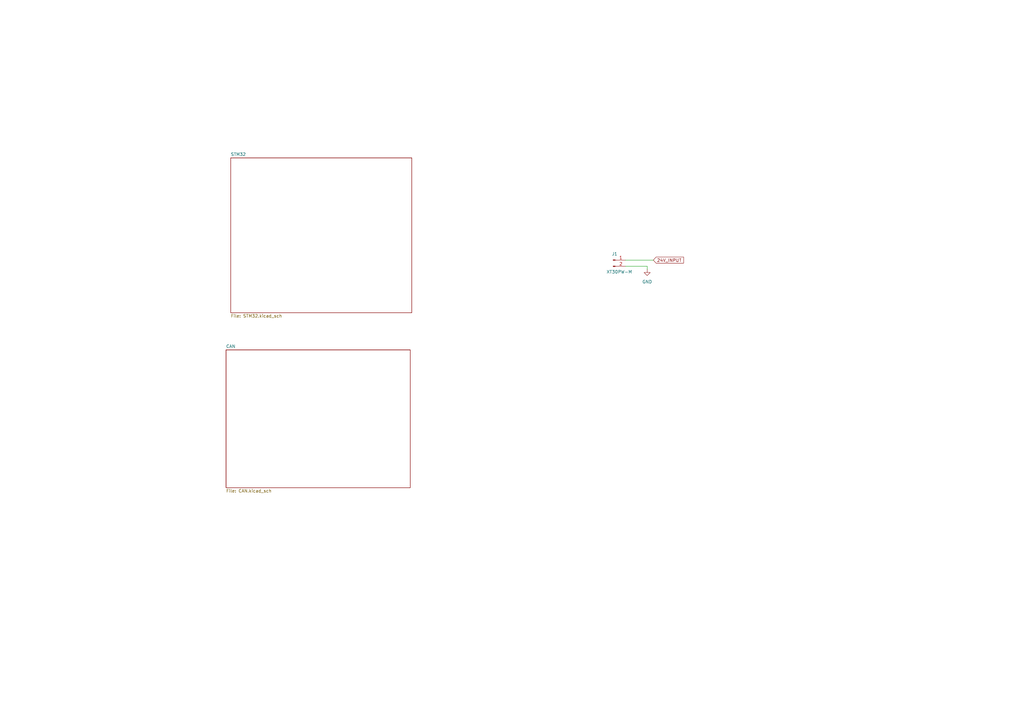
<source format=kicad_sch>
(kicad_sch
	(version 20231120)
	(generator "eeschema")
	(generator_version "8.0")
	(uuid "a4d32b4c-ef5b-405e-9975-c1753fe6f522")
	(paper "A3")
	(lib_symbols
		(symbol "Connector:Conn_01x02_Pin"
			(pin_names
				(offset 1.016) hide)
			(exclude_from_sim no)
			(in_bom yes)
			(on_board yes)
			(property "Reference" "J"
				(at 0 2.54 0)
				(effects
					(font
						(size 1.27 1.27)
					)
				)
			)
			(property "Value" "Conn_01x02_Pin"
				(at 0 -5.08 0)
				(effects
					(font
						(size 1.27 1.27)
					)
				)
			)
			(property "Footprint" ""
				(at 0 0 0)
				(effects
					(font
						(size 1.27 1.27)
					)
					(hide yes)
				)
			)
			(property "Datasheet" "~"
				(at 0 0 0)
				(effects
					(font
						(size 1.27 1.27)
					)
					(hide yes)
				)
			)
			(property "Description" "Generic connector, single row, 01x02, script generated"
				(at 0 0 0)
				(effects
					(font
						(size 1.27 1.27)
					)
					(hide yes)
				)
			)
			(property "ki_locked" ""
				(at 0 0 0)
				(effects
					(font
						(size 1.27 1.27)
					)
				)
			)
			(property "ki_keywords" "connector"
				(at 0 0 0)
				(effects
					(font
						(size 1.27 1.27)
					)
					(hide yes)
				)
			)
			(property "ki_fp_filters" "Connector*:*_1x??_*"
				(at 0 0 0)
				(effects
					(font
						(size 1.27 1.27)
					)
					(hide yes)
				)
			)
			(symbol "Conn_01x02_Pin_1_1"
				(polyline
					(pts
						(xy 1.27 -2.54) (xy 0.8636 -2.54)
					)
					(stroke
						(width 0.1524)
						(type default)
					)
					(fill
						(type none)
					)
				)
				(polyline
					(pts
						(xy 1.27 0) (xy 0.8636 0)
					)
					(stroke
						(width 0.1524)
						(type default)
					)
					(fill
						(type none)
					)
				)
				(rectangle
					(start 0.8636 -2.413)
					(end 0 -2.667)
					(stroke
						(width 0.1524)
						(type default)
					)
					(fill
						(type outline)
					)
				)
				(rectangle
					(start 0.8636 0.127)
					(end 0 -0.127)
					(stroke
						(width 0.1524)
						(type default)
					)
					(fill
						(type outline)
					)
				)
				(pin passive line
					(at 5.08 0 180)
					(length 3.81)
					(name "Pin_1"
						(effects
							(font
								(size 1.27 1.27)
							)
						)
					)
					(number "1"
						(effects
							(font
								(size 1.27 1.27)
							)
						)
					)
				)
				(pin passive line
					(at 5.08 -2.54 180)
					(length 3.81)
					(name "Pin_2"
						(effects
							(font
								(size 1.27 1.27)
							)
						)
					)
					(number "2"
						(effects
							(font
								(size 1.27 1.27)
							)
						)
					)
				)
			)
		)
		(symbol "power:GND"
			(power)
			(pin_numbers hide)
			(pin_names
				(offset 0) hide)
			(exclude_from_sim no)
			(in_bom yes)
			(on_board yes)
			(property "Reference" "#PWR"
				(at 0 -6.35 0)
				(effects
					(font
						(size 1.27 1.27)
					)
					(hide yes)
				)
			)
			(property "Value" "GND"
				(at 0 -3.81 0)
				(effects
					(font
						(size 1.27 1.27)
					)
				)
			)
			(property "Footprint" ""
				(at 0 0 0)
				(effects
					(font
						(size 1.27 1.27)
					)
					(hide yes)
				)
			)
			(property "Datasheet" ""
				(at 0 0 0)
				(effects
					(font
						(size 1.27 1.27)
					)
					(hide yes)
				)
			)
			(property "Description" "Power symbol creates a global label with name \"GND\" , ground"
				(at 0 0 0)
				(effects
					(font
						(size 1.27 1.27)
					)
					(hide yes)
				)
			)
			(property "ki_keywords" "global power"
				(at 0 0 0)
				(effects
					(font
						(size 1.27 1.27)
					)
					(hide yes)
				)
			)
			(symbol "GND_0_1"
				(polyline
					(pts
						(xy 0 0) (xy 0 -1.27) (xy 1.27 -1.27) (xy 0 -2.54) (xy -1.27 -1.27) (xy 0 -1.27)
					)
					(stroke
						(width 0)
						(type default)
					)
					(fill
						(type none)
					)
				)
			)
			(symbol "GND_1_1"
				(pin power_in line
					(at 0 0 270)
					(length 0)
					(name "~"
						(effects
							(font
								(size 1.27 1.27)
							)
						)
					)
					(number "1"
						(effects
							(font
								(size 1.27 1.27)
							)
						)
					)
				)
			)
		)
	)
	(wire
		(pts
			(xy 256.54 109.22) (xy 265.43 109.22)
		)
		(stroke
			(width 0)
			(type default)
		)
		(uuid "3c58d04d-1483-43ba-9692-0985d0a56541")
	)
	(wire
		(pts
			(xy 265.43 109.22) (xy 265.43 110.49)
		)
		(stroke
			(width 0)
			(type default)
		)
		(uuid "607cf50f-2277-449c-942b-bd92fd2745e4")
	)
	(wire
		(pts
			(xy 267.97 106.68) (xy 256.54 106.68)
		)
		(stroke
			(width 0)
			(type default)
		)
		(uuid "729d8e55-3ee2-4e1f-8e55-250f7048a9ba")
	)
	(global_label "24V_INPUT"
		(shape input)
		(at 267.97 106.68 0)
		(fields_autoplaced yes)
		(effects
			(font
				(size 1.27 1.27)
			)
			(justify left)
		)
		(uuid "fc1ab6c4-ad17-44c7-af0c-ac8be068140c")
		(property "Intersheetrefs" "${INTERSHEET_REFS}"
			(at 280.9338 106.68 0)
			(effects
				(font
					(size 1.27 1.27)
				)
				(justify left)
				(hide yes)
			)
		)
	)
	(symbol
		(lib_id "Connector:Conn_01x02_Pin")
		(at 251.46 106.68 0)
		(unit 1)
		(exclude_from_sim no)
		(in_bom yes)
		(on_board yes)
		(dnp no)
		(uuid "6bf6131b-910c-4fc6-b5ed-e71c0d8326b3")
		(property "Reference" "J1"
			(at 252.095 104.14 0)
			(effects
				(font
					(size 1.27 1.27)
				)
			)
		)
		(property "Value" "XT30PW-M"
			(at 254 111.506 0)
			(do_not_autoplace yes)
			(effects
				(font
					(size 1.27 1.27)
				)
			)
		)
		(property "Footprint" "Connector_AMASS:AMASS_XT30PW-M_1x02_P2.50mm_Horizontal"
			(at 251.46 106.68 0)
			(effects
				(font
					(size 1.27 1.27)
				)
				(hide yes)
			)
		)
		(property "Datasheet" "~"
			(at 251.46 106.68 0)
			(effects
				(font
					(size 1.27 1.27)
				)
				(hide yes)
			)
		)
		(property "Description" "Generic connector, single row, 01x02, script generated"
			(at 251.46 106.68 0)
			(effects
				(font
					(size 1.27 1.27)
				)
				(hide yes)
			)
		)
		(pin "2"
			(uuid "8268c079-554f-42b7-ac63-06e2a77329f4")
		)
		(pin "1"
			(uuid "8a2b4be4-96ca-4688-85a7-b1547e4793cf")
		)
		(instances
			(project ""
				(path "/a4d32b4c-ef5b-405e-9975-c1753fe6f522"
					(reference "J1")
					(unit 1)
				)
			)
		)
	)
	(symbol
		(lib_id "power:GND")
		(at 265.43 110.49 0)
		(unit 1)
		(exclude_from_sim no)
		(in_bom yes)
		(on_board yes)
		(dnp no)
		(fields_autoplaced yes)
		(uuid "886c70c2-0725-4396-aa45-d33baf461d8a")
		(property "Reference" "#PWR01"
			(at 265.43 116.84 0)
			(effects
				(font
					(size 1.27 1.27)
				)
				(hide yes)
			)
		)
		(property "Value" "GND"
			(at 265.43 115.57 0)
			(effects
				(font
					(size 1.27 1.27)
				)
			)
		)
		(property "Footprint" ""
			(at 265.43 110.49 0)
			(effects
				(font
					(size 1.27 1.27)
				)
				(hide yes)
			)
		)
		(property "Datasheet" ""
			(at 265.43 110.49 0)
			(effects
				(font
					(size 1.27 1.27)
				)
				(hide yes)
			)
		)
		(property "Description" "Power symbol creates a global label with name \"GND\" , ground"
			(at 265.43 110.49 0)
			(effects
				(font
					(size 1.27 1.27)
				)
				(hide yes)
			)
		)
		(pin "1"
			(uuid "3b4292d9-a8b2-471e-afe2-1807f7324d6d")
		)
		(instances
			(project ""
				(path "/a4d32b4c-ef5b-405e-9975-c1753fe6f522"
					(reference "#PWR01")
					(unit 1)
				)
			)
		)
	)
	(sheet
		(at 94.615 64.77)
		(size 74.295 63.5)
		(fields_autoplaced yes)
		(stroke
			(width 0.1524)
			(type solid)
		)
		(fill
			(color 0 0 0 0.0000)
		)
		(uuid "324d8b14-068c-4165-8684-3fce8e60bb4d")
		(property "Sheetname" "STM32"
			(at 94.615 64.0584 0)
			(effects
				(font
					(size 1.27 1.27)
				)
				(justify left bottom)
			)
		)
		(property "Sheetfile" "STM32.kicad_sch"
			(at 94.615 128.8546 0)
			(effects
				(font
					(size 1.27 1.27)
				)
				(justify left top)
			)
		)
		(instances
			(project "STM32_PCB"
				(path "/a4d32b4c-ef5b-405e-9975-c1753fe6f522"
					(page "3")
				)
			)
		)
	)
	(sheet
		(at 92.71 143.51)
		(size 75.565 56.515)
		(fields_autoplaced yes)
		(stroke
			(width 0.1524)
			(type solid)
		)
		(fill
			(color 0 0 0 0.0000)
		)
		(uuid "db596df1-3dd0-4fb2-bb35-82527262c8f5")
		(property "Sheetname" "CAN"
			(at 92.71 142.7984 0)
			(effects
				(font
					(size 1.27 1.27)
				)
				(justify left bottom)
			)
		)
		(property "Sheetfile" "CAN.kicad_sch"
			(at 92.71 200.6096 0)
			(effects
				(font
					(size 1.27 1.27)
				)
				(justify left top)
			)
		)
		(instances
			(project "STM32_PCB"
				(path "/a4d32b4c-ef5b-405e-9975-c1753fe6f522"
					(page "2")
				)
			)
		)
	)
	(sheet_instances
		(path "/"
			(page "1")
		)
	)
)

</source>
